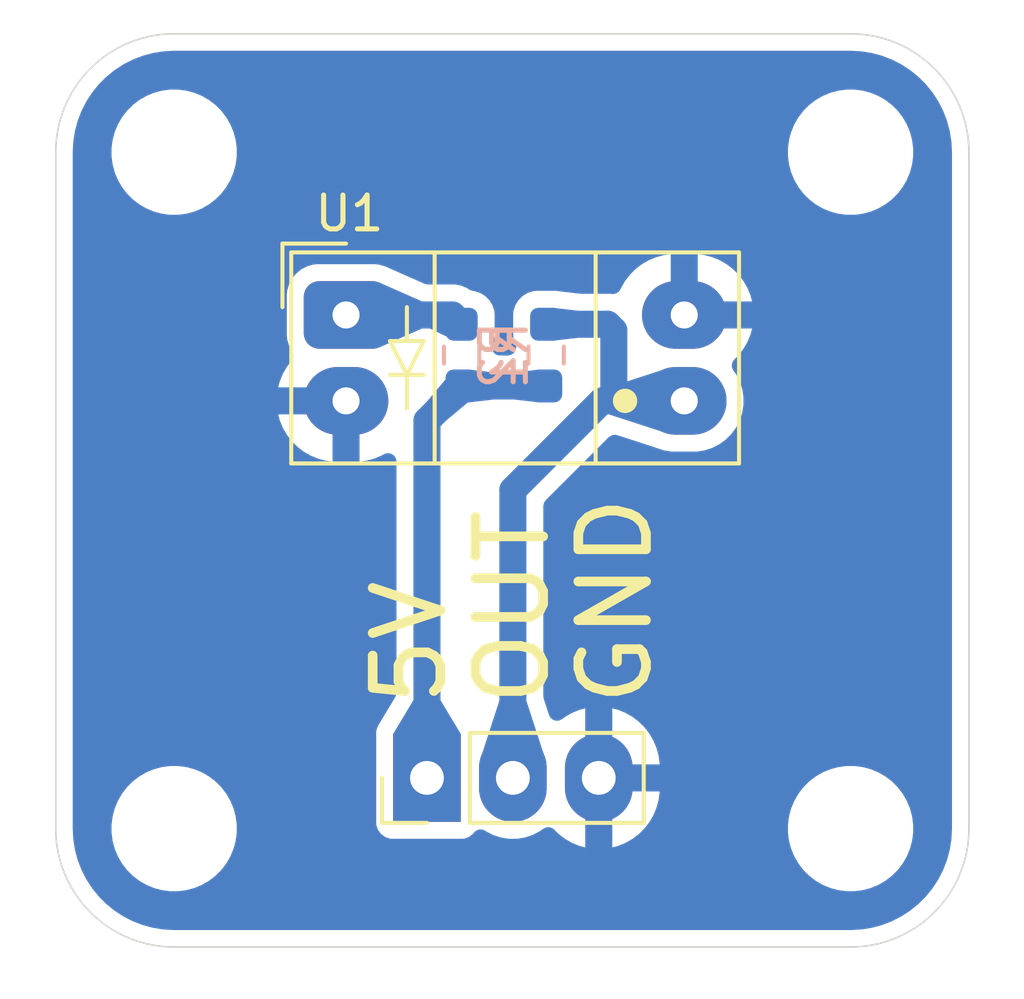
<source format=kicad_pcb>
(kicad_pcb (version 20240108) (generator "pcbnew") (generator_version "8.0")
  (title_block (title "Photointerrupter Breakout PCB") (date "2024-12-18") (company "Perry Leumas") (comment 1 "PCB Mill Version"))
  (layers (0 "F.Cu" signal) (31 "B.Cu" signal) (34 "B.Paste" user) (35 "F.Paste" user) (36 "B.SilkS" user "B.Silkscreen") (37 "F.SilkS" user "F.Silkscreen") (38 "B.Mask" user) (39 "F.Mask" user) (44 "Edge.Cuts" user))
  (net 0 "")
  (net 1 "/OUT")
  (net 2 "GND")
  (net 3 "+5V")
  (net 4 "Net-(R1-Pad2)")
  (footprint "MountingHole:MountingHole_3.2mm_M3" (layer "F.Cu") (at 155 87)
    (property "Reference" "H4" (hide yes))
    (property "Value" "MountingHole")
    (pad "" np_thru_hole circle (at 0 0) (size 3.2 3.2) (drill 3.2) (layers "*.Cu" "*.Mask"))
  )
  (footprint "pl_mill_header:mill_PinHeader_1x03_P2.54mm_Vertical" (layer "F.Cu") (at 142.475 105.5 90)
    (property "Reference" "J1" (hide yes))
    (property "Value" "Conn_01x03")
    (fp_line (start -1.33 -1.33) (end 0 -1.33) (stroke (width 0.12)) (layer "F.SilkS"))
    (fp_line (start -1.33 0) (end -1.33 -1.33) (stroke (width 0.12)) (layer "F.SilkS"))
    (fp_line (start 1.33 1.27) (end 1.33 6.41) (stroke (width 0.12)) (layer "F.SilkS"))
    (fp_line (start -1.33 1.27) (end 1.33 1.27) (stroke (width 0.12)) (layer "F.SilkS"))
    (fp_line (start -1.33 1.27) (end -1.33 6.41) (stroke (width 0.12)) (layer "F.SilkS"))
    (fp_line (start -1.33 6.41) (end 1.33 6.41) (stroke (width 0.12)) (layer "F.SilkS"))
    (pad "1" thru_hole rect (at 0 0 90) (size 2.6 2) (drill 1) (layers "*.Cu" "*.Mask") (net 3 "+5V"))
    (pad "2" thru_hole oval (at 0 2.54 90) (size 2.6 2) (drill 1) (layers "*.Cu" "*.Mask") (net 1 "/OUT"))
    (pad "3" thru_hole oval (at 0 5.08 90) (size 2.6 2) (drill 1) (layers "*.Cu" "*.Mask") (net 2 "GND"))
  )
  (footprint "OptoDevice:Everlight_ITR9608-F" (layer "F.Cu") (at 140.0825 91.8125)
    (property "Reference" "U1" (at -1 -3 180) (layer "F.SilkS") (effects (justify left)))
    (property "Value" "ITR9608-F")
    (fp_line (start -1.88 -2.11) (end -1.88 -0.23) (stroke (width 0.12)) (layer "F.SilkS"))
    (fp_line (start -1.88 -2.11) (end 0 -2.11) (stroke (width 0.12)) (layer "F.SilkS"))
    (fp_line (start -1.62 -1.85) (end 11.62 -1.85) (stroke (width 0.12)) (layer "F.SilkS"))
    (fp_line (start -1.62 4.39) (end -1.62 -1.85) (stroke (width 0.12)) (layer "F.SilkS"))
    (fp_line (start 1.3 0.77) (end 1.8 1.77) (stroke (width 0.12)) (layer "F.SilkS"))
    (fp_line (start 1.8 0.77) (end 1.8 -0.23) (stroke (width 0.12)) (layer "F.SilkS"))
    (fp_line (start 1.8 1.77) (end 1.8 2.77) (stroke (width 0.12)) (layer "F.SilkS"))
    (fp_line (start 1.8 1.77) (end 2.3 0.77) (stroke (width 0.12)) (layer "F.SilkS"))
    (fp_line (start 2.3 0.77) (end 1.3 0.77) (stroke (width 0.12)) (layer "F.SilkS"))
    (fp_line (start 2.3 1.77) (end 1.3 1.77) (stroke (width 0.12)) (layer "F.SilkS"))
    (fp_line (start 2.62 4.37) (end 2.62 -1.85) (stroke (width 0.12)) (layer "F.SilkS"))
    (fp_line (start 7.38 4.37) (end 7.38 -1.85) (stroke (width 0.12)) (layer "F.SilkS"))
    (fp_line (start 11.62 -1.85) (end 11.62 4.39) (stroke (width 0.12)) (layer "F.SilkS"))
    (fp_line (start 11.62 4.39) (end -1.62 4.39) (stroke (width 0.12)) (layer "F.SilkS"))
    (fp_circle (center 8.25 2.54) (end 8.55 2.54) (stroke (width 0.12)) (fill solid) (layer "F.SilkS"))
    (pad "1" thru_hole roundrect (at 0 0 90) (size 2 2.5) (drill 0.8) (layers "*.Cu" "*.Mask") (roundrect_rratio 0.227) (net 4 "Net-(R1-Pad2)"))
    (pad "2" thru_hole oval (at 0 2.54 90) (size 2 2.5) (drill 0.8) (layers "*.Cu" "*.Mask") (net 2 "GND"))
    (pad "3" thru_hole oval (at 10 2.54 90) (size 2 2.5) (drill 0.8) (layers "*.Cu" "*.Mask") (net 1 "/OUT"))
    (pad "4" thru_hole oval (at 10 0 90) (size 2 2.5) (drill 0.8) (layers "*.Cu" "*.Mask") (net 2 "GND"))
  )
  (footprint "MountingHole:MountingHole_3.2mm_M3" (layer "F.Cu") (at 135 87)
    (property "Reference" "H1" (hide yes))
    (property "Value" "MountingHole")
    (pad "" np_thru_hole circle (at 0 0) (size 3.2 3.2) (drill 3.2) (layers "*.Cu" "*.Mask"))
  )
  (footprint "MountingHole:MountingHole_3.2mm_M3" (layer "F.Cu") (at 135 107)
    (property "Reference" "H2" (hide yes))
    (property "Value" "MountingHole")
    (pad "" np_thru_hole circle (at 0 0) (size 3.2 3.2) (drill 3.2) (layers "*.Cu" "*.Mask"))
  )
  (footprint "MountingHole:MountingHole_3.2mm_M3" (layer "F.Cu") (at 155 107)
    (property "Reference" "H3" (hide yes))
    (property "Value" "MountingHole")
    (pad "" np_thru_hole circle (at 0 0) (size 3.2 3.2) (drill 3.2) (layers "*.Cu" "*.Mask"))
  )
  (footprint "Resistor_SMD:R_0603_1608Metric_Pad0.98x0.95mm_HandSolder" (layer "B.Cu") (at 146 93 -90)
    (property "Reference" "R2" (at 0 1.43 90) (layer "B.SilkS") (effects (justify mirror)))
    (property "Value" "R")
    (fp_line (start 0.254724 0.5225) (end -0.254724 0.5225) (stroke (width 0.12)) (layer "B.SilkS"))
    (fp_line (start 0.254724 -0.5225) (end -0.254724 -0.5225) (stroke (width 0.12)) (layer "B.SilkS"))
    (pad "1" smd roundrect (at -0.9125 0 270) (size 0.975 0.95) (layers "B.Cu" "B.Paste" "B.Mask") (net 1 "/OUT"))
    (pad "2" smd roundrect (at 0.9125 0 270) (size 0.975 0.95) (layers "B.Cu" "B.Paste" "B.Mask") (net 3 "+5V"))
  )
  (footprint "Resistor_SMD:R_0603_1608Metric_Pad0.98x0.95mm_HandSolder" (layer "B.Cu") (at 143.5 93 90)
    (property "Reference" "R1" (at 0 1.43 90) (layer "B.SilkS") (effects (justify mirror)))
    (property "Value" "R")
    (fp_line (start 0.254724 -0.5225) (end -0.254724 -0.5225) (stroke (width 0.12)) (layer "B.SilkS"))
    (fp_line (start 0.254724 0.5225) (end -0.254724 0.5225) (stroke (width 0.12)) (layer "B.SilkS"))
    (pad "1" smd roundrect (at -0.9125 0 90) (size 0.975 0.95) (layers "B.Cu" "B.Paste" "B.Mask") (net 3 "+5V"))
    (pad "2" smd roundrect (at 0.9125 0 90) (size 0.975 0.95) (layers "B.Cu" "B.Paste" "B.Mask") (net 4 "Net-(R1-Pad2)"))
  )
  (gr_line (start 158.5 87) (end 158.5 107) (stroke (width 0.05)) (layer "Edge.Cuts"))
  (gr_line (start 131.5 107) (end 131.5 87) (stroke (width 0.05)) (layer "Edge.Cuts"))
  (gr_line (start 155 110.5) (end 135 110.5) (stroke (width 0.05)) (layer "Edge.Cuts"))
  (gr_arc (start 158.5 107) (mid 157.474874 109.474874) (end 155 110.5) (stroke (width 0.05)) (layer "Edge.Cuts"))
  (gr_line (start 135 83.5) (end 155 83.5) (stroke (width 0.05)) (layer "Edge.Cuts"))
  (gr_arc (start 131.5 87) (mid 132.525126 84.525126) (end 135 83.5) (stroke (width 0.05)) (layer "Edge.Cuts"))
  (gr_arc (start 135 110.5) (mid 132.525126 109.474874) (end 131.5 107) (stroke (width 0.05)) (layer "Edge.Cuts"))
  (gr_arc (start 155 83.5) (mid 157.474874 84.525126) (end 158.5 87) (stroke (width 0.05)) (layer "Edge.Cuts"))
  (gr_text "5V" (at 141.96 103.5 90) (layer "F.SilkS") (effects (font (size 2 2) (thickness 0.285714)) (justify left)))
  (gr_text "OUT" (at 145 103.5 90) (layer "F.SilkS") (effects (font (size 2 2) (thickness 0.285714)) (justify left)))
  (gr_text "GND" (at 148.04 103.5 90) (layer "F.SilkS") (effects (font (size 2 2) (thickness 0.285714)) (justify left)))
  (segment (start 148 94.3525) (end 148 92.27) (width 0.8) (layer "B.Cu") (net 1))
  (segment (start 145.015 96.985) (end 147.6475 94.3525) (width 0.8) (layer "B.Cu") (net 1))
  (segment (start 147.8175 92.0875) (end 146 92.0875) (width 0.8) (layer "B.Cu") (net 1))
  (segment (start 147.6475 94.3525) (end 150.0825 94.3525) (width 0.8) (layer "B.Cu") (net 1))
  (segment (start 148 92.27) (end 147.8175 92.0875) (width 0.8) (layer "B.Cu") (net 1))
  (segment (start 145.015 105.5) (end 145.015 96.985) (width 0.8) (layer "B.Cu") (net 1))
  (segment (start 143.5 93.9125) (end 142.475 94.9375) (width 0.8) (layer "B.Cu") (net 3))
  (segment (start 142.475 105.5) (end 142.475 94.9375) (width 0.8) (layer "B.Cu") (net 3))
  (segment (start 143.5 93.9125) (end 146 93.9125) (width 0.8) (layer "B.Cu") (net 3))
  (segment (start 140.0825 91.8125) (end 143.225 91.8125) (width 0.8) (layer "B.Cu") (net 4))
  (segment (start 143.225 91.8125) (end 143.5 92.0875) (width 0.8) (layer "B.Cu") (net 4))
  (zone (net 2) (net_name "GND") (layer "B.Cu") (connect_pads (clearance 0.5)) (min_thickness 0.5) (fill yes (thermal_gap 0.8) (thermal_bridge_width 0.8))
    (polygon (pts (xy 130.5 82.5) (xy 159.5 82.5) (xy 159.5 111.5) (xy 130.5 111.5)))
  )
)
</source>
